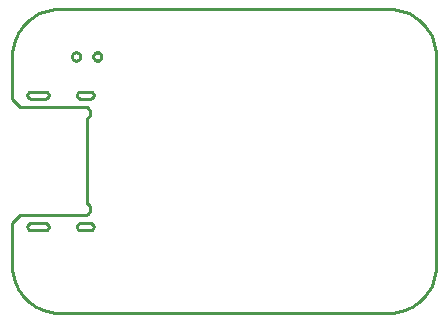
<source format=gbr>
G04 EAGLE Gerber RS-274X export*
G75*
%MOMM*%
%FSLAX34Y34*%
%LPD*%
%IN*%
%IPPOS*%
%AMOC8*
5,1,8,0,0,1.08239X$1,22.5*%
G01*
%ADD10C,0.254000*%


D10*
X953Y-88900D02*
X1104Y-92359D01*
X1555Y-95792D01*
X2305Y-99172D01*
X3346Y-102474D01*
X4671Y-105673D01*
X6270Y-108744D01*
X8130Y-111664D01*
X10238Y-114411D01*
X12577Y-116963D01*
X15129Y-119302D01*
X17876Y-121410D01*
X20796Y-123270D01*
X23867Y-124869D01*
X27066Y-126194D01*
X30368Y-127235D01*
X33748Y-127985D01*
X37181Y-128436D01*
X40640Y-128588D01*
X320040Y-128588D01*
X323499Y-128436D01*
X326932Y-127985D01*
X330312Y-127235D01*
X333614Y-126194D01*
X336813Y-124869D01*
X339884Y-123270D01*
X342804Y-121410D01*
X345551Y-119302D01*
X348103Y-116963D01*
X350442Y-114411D01*
X352550Y-111664D01*
X354410Y-108744D01*
X356009Y-105673D01*
X357334Y-102474D01*
X358375Y-99172D01*
X359125Y-95792D01*
X359576Y-92359D01*
X359728Y-88900D01*
X359728Y88900D01*
X359576Y92359D01*
X359125Y95792D01*
X358375Y99172D01*
X357334Y102474D01*
X356009Y105673D01*
X354410Y108744D01*
X352550Y111664D01*
X350442Y114411D01*
X348103Y116963D01*
X345551Y119302D01*
X342804Y121410D01*
X339884Y123270D01*
X336813Y124869D01*
X333614Y126194D01*
X330312Y127235D01*
X326932Y127985D01*
X323499Y128436D01*
X320040Y128588D01*
X40640Y128588D01*
X37181Y128436D01*
X33748Y127985D01*
X30368Y127235D01*
X27066Y126194D01*
X23867Y124869D01*
X20796Y123270D01*
X17876Y121410D01*
X15129Y119302D01*
X12577Y116963D01*
X10238Y114411D01*
X8130Y111664D01*
X6270Y108744D01*
X4671Y105673D01*
X3346Y102474D01*
X2305Y99172D01*
X1555Y95792D01*
X1104Y92359D01*
X953Y88900D01*
X953Y52388D01*
X7303Y46038D01*
X61722Y46038D01*
X62192Y46017D01*
X62659Y45956D01*
X63119Y45854D01*
X63568Y45712D01*
X64003Y45532D01*
X64420Y45315D01*
X64817Y45062D01*
X65191Y44775D01*
X65538Y44457D01*
X65856Y44110D01*
X66143Y43736D01*
X66396Y43339D01*
X66613Y42922D01*
X66793Y42487D01*
X66935Y42038D01*
X67037Y41578D01*
X67098Y41111D01*
X67119Y40641D01*
X67098Y40171D01*
X67037Y39704D01*
X66935Y39244D01*
X66793Y38795D01*
X66613Y38360D01*
X66396Y37943D01*
X66143Y37546D01*
X65856Y37172D01*
X65538Y36825D01*
X65191Y36507D01*
X64817Y36220D01*
X64420Y35967D01*
X64135Y35814D01*
X64135Y-35814D01*
X64547Y-36043D01*
X64937Y-36306D01*
X65302Y-36603D01*
X65640Y-36930D01*
X65949Y-37286D01*
X66225Y-37667D01*
X66467Y-38071D01*
X66673Y-38494D01*
X66841Y-38934D01*
X66971Y-39387D01*
X67060Y-39849D01*
X67109Y-40317D01*
X67117Y-40788D01*
X67083Y-41258D01*
X67009Y-41722D01*
X66895Y-42179D01*
X66741Y-42624D01*
X66549Y-43054D01*
X66320Y-43466D01*
X66057Y-43856D01*
X65760Y-44221D01*
X65433Y-44559D01*
X65077Y-44868D01*
X64696Y-45144D01*
X64292Y-45386D01*
X63869Y-45592D01*
X63429Y-45760D01*
X62976Y-45890D01*
X62514Y-45979D01*
X62046Y-46028D01*
X61722Y-46038D01*
X7303Y-46038D01*
X953Y-52388D01*
X953Y-88900D01*
X13865Y-55750D02*
X13876Y-56011D01*
X13911Y-56271D01*
X13967Y-56526D01*
X14046Y-56776D01*
X14146Y-57018D01*
X14267Y-57250D01*
X14408Y-57471D01*
X14567Y-57678D01*
X14744Y-57871D01*
X14937Y-58048D01*
X15144Y-58207D01*
X15365Y-58348D01*
X15597Y-58469D01*
X15839Y-58569D01*
X16089Y-58648D01*
X16344Y-58704D01*
X16604Y-58739D01*
X16865Y-58750D01*
X28865Y-58750D01*
X29126Y-58739D01*
X29386Y-58704D01*
X29641Y-58648D01*
X29891Y-58569D01*
X30133Y-58469D01*
X30365Y-58348D01*
X30586Y-58207D01*
X30793Y-58048D01*
X30986Y-57871D01*
X31163Y-57678D01*
X31322Y-57471D01*
X31463Y-57250D01*
X31584Y-57018D01*
X31684Y-56776D01*
X31763Y-56526D01*
X31819Y-56271D01*
X31854Y-56011D01*
X31865Y-55750D01*
X31854Y-55489D01*
X31819Y-55229D01*
X31763Y-54974D01*
X31684Y-54724D01*
X31584Y-54482D01*
X31463Y-54250D01*
X31322Y-54029D01*
X31163Y-53822D01*
X30986Y-53629D01*
X30793Y-53452D01*
X30586Y-53293D01*
X30365Y-53152D01*
X30133Y-53031D01*
X29891Y-52931D01*
X29641Y-52852D01*
X29386Y-52796D01*
X29126Y-52761D01*
X28865Y-52750D01*
X16865Y-52750D01*
X16604Y-52761D01*
X16344Y-52796D01*
X16089Y-52852D01*
X15839Y-52931D01*
X15597Y-53031D01*
X15365Y-53152D01*
X15144Y-53293D01*
X14937Y-53452D01*
X14744Y-53629D01*
X14567Y-53822D01*
X14408Y-54029D01*
X14267Y-54250D01*
X14146Y-54482D01*
X14046Y-54724D01*
X13967Y-54974D01*
X13911Y-55229D01*
X13876Y-55489D01*
X13865Y-55750D01*
X55865Y-55750D02*
X55876Y-56011D01*
X55911Y-56271D01*
X55967Y-56526D01*
X56046Y-56776D01*
X56146Y-57018D01*
X56267Y-57250D01*
X56408Y-57471D01*
X56567Y-57678D01*
X56744Y-57871D01*
X56937Y-58048D01*
X57144Y-58207D01*
X57365Y-58348D01*
X57597Y-58469D01*
X57839Y-58569D01*
X58089Y-58648D01*
X58344Y-58704D01*
X58604Y-58739D01*
X58865Y-58750D01*
X66865Y-58750D01*
X67126Y-58739D01*
X67386Y-58704D01*
X67641Y-58648D01*
X67891Y-58569D01*
X68133Y-58469D01*
X68365Y-58348D01*
X68586Y-58207D01*
X68793Y-58048D01*
X68986Y-57871D01*
X69163Y-57678D01*
X69322Y-57471D01*
X69463Y-57250D01*
X69584Y-57018D01*
X69684Y-56776D01*
X69763Y-56526D01*
X69819Y-56271D01*
X69854Y-56011D01*
X69865Y-55750D01*
X69854Y-55489D01*
X69819Y-55229D01*
X69763Y-54974D01*
X69684Y-54724D01*
X69584Y-54482D01*
X69463Y-54250D01*
X69322Y-54029D01*
X69163Y-53822D01*
X68986Y-53629D01*
X68793Y-53452D01*
X68586Y-53293D01*
X68365Y-53152D01*
X68133Y-53031D01*
X67891Y-52931D01*
X67641Y-52852D01*
X67386Y-52796D01*
X67126Y-52761D01*
X66865Y-52750D01*
X58865Y-52750D01*
X58604Y-52761D01*
X58344Y-52796D01*
X58089Y-52852D01*
X57839Y-52931D01*
X57597Y-53031D01*
X57365Y-53152D01*
X57144Y-53293D01*
X56937Y-53452D01*
X56744Y-53629D01*
X56567Y-53822D01*
X56408Y-54029D01*
X56267Y-54250D01*
X56146Y-54482D01*
X56046Y-54724D01*
X55967Y-54974D01*
X55911Y-55229D01*
X55876Y-55489D01*
X55865Y-55750D01*
X13865Y55750D02*
X13876Y55489D01*
X13911Y55229D01*
X13967Y54974D01*
X14046Y54724D01*
X14146Y54482D01*
X14267Y54250D01*
X14408Y54029D01*
X14567Y53822D01*
X14744Y53629D01*
X14937Y53452D01*
X15144Y53293D01*
X15365Y53152D01*
X15597Y53031D01*
X15839Y52931D01*
X16089Y52852D01*
X16344Y52796D01*
X16604Y52761D01*
X16865Y52750D01*
X28865Y52750D01*
X29126Y52761D01*
X29386Y52796D01*
X29641Y52852D01*
X29891Y52931D01*
X30133Y53031D01*
X30365Y53152D01*
X30586Y53293D01*
X30793Y53452D01*
X30986Y53629D01*
X31163Y53822D01*
X31322Y54029D01*
X31463Y54250D01*
X31584Y54482D01*
X31684Y54724D01*
X31763Y54974D01*
X31819Y55229D01*
X31854Y55489D01*
X31865Y55750D01*
X31854Y56011D01*
X31819Y56271D01*
X31763Y56526D01*
X31684Y56776D01*
X31584Y57018D01*
X31463Y57250D01*
X31322Y57471D01*
X31163Y57678D01*
X30986Y57871D01*
X30793Y58048D01*
X30586Y58207D01*
X30365Y58348D01*
X30133Y58469D01*
X29891Y58569D01*
X29641Y58648D01*
X29386Y58704D01*
X29126Y58739D01*
X28865Y58750D01*
X16865Y58750D01*
X16604Y58739D01*
X16344Y58704D01*
X16089Y58648D01*
X15839Y58569D01*
X15597Y58469D01*
X15365Y58348D01*
X15144Y58207D01*
X14937Y58048D01*
X14744Y57871D01*
X14567Y57678D01*
X14408Y57471D01*
X14267Y57250D01*
X14146Y57018D01*
X14046Y56776D01*
X13967Y56526D01*
X13911Y56271D01*
X13876Y56011D01*
X13865Y55750D01*
X55865Y55750D02*
X55876Y55489D01*
X55911Y55229D01*
X55967Y54974D01*
X56046Y54724D01*
X56146Y54482D01*
X56267Y54250D01*
X56408Y54029D01*
X56567Y53822D01*
X56744Y53629D01*
X56937Y53452D01*
X57144Y53293D01*
X57365Y53152D01*
X57597Y53031D01*
X57839Y52931D01*
X58089Y52852D01*
X58344Y52796D01*
X58604Y52761D01*
X58865Y52750D01*
X66865Y52750D01*
X67126Y52761D01*
X67386Y52796D01*
X67641Y52852D01*
X67891Y52931D01*
X68133Y53031D01*
X68365Y53152D01*
X68586Y53293D01*
X68793Y53452D01*
X68986Y53629D01*
X69163Y53822D01*
X69322Y54029D01*
X69463Y54250D01*
X69584Y54482D01*
X69684Y54724D01*
X69763Y54974D01*
X69819Y55229D01*
X69854Y55489D01*
X69865Y55750D01*
X69854Y56011D01*
X69819Y56271D01*
X69763Y56526D01*
X69684Y56776D01*
X69584Y57018D01*
X69463Y57250D01*
X69322Y57471D01*
X69163Y57678D01*
X68986Y57871D01*
X68793Y58048D01*
X68586Y58207D01*
X68365Y58348D01*
X68133Y58469D01*
X67891Y58569D01*
X67641Y58648D01*
X67386Y58704D01*
X67126Y58739D01*
X66865Y58750D01*
X58865Y58750D01*
X58604Y58739D01*
X58344Y58704D01*
X58089Y58648D01*
X57839Y58569D01*
X57597Y58469D01*
X57365Y58348D01*
X57144Y58207D01*
X56937Y58048D01*
X56744Y57871D01*
X56567Y57678D01*
X56408Y57471D01*
X56267Y57250D01*
X56146Y57018D01*
X56046Y56776D01*
X55967Y56526D01*
X55911Y56271D01*
X55876Y56011D01*
X55865Y55750D01*
X72826Y84892D02*
X72371Y84952D01*
X71928Y85071D01*
X71504Y85246D01*
X71107Y85476D01*
X70743Y85755D01*
X70419Y86079D01*
X70139Y86443D01*
X69910Y86841D01*
X69734Y87265D01*
X69616Y87708D01*
X69556Y88163D01*
X69556Y88621D01*
X69616Y89076D01*
X69734Y89519D01*
X69910Y89943D01*
X70139Y90341D01*
X70419Y90705D01*
X70743Y91029D01*
X71107Y91308D01*
X71504Y91538D01*
X71928Y91713D01*
X72371Y91832D01*
X72826Y91892D01*
X73285Y91892D01*
X73740Y91832D01*
X74183Y91713D01*
X74607Y91538D01*
X75004Y91308D01*
X75368Y91029D01*
X75693Y90705D01*
X75972Y90341D01*
X76201Y89943D01*
X76377Y89519D01*
X76496Y89076D01*
X76556Y88621D01*
X76556Y88163D01*
X76496Y87708D01*
X76377Y87265D01*
X76201Y86841D01*
X75972Y86443D01*
X75693Y86079D01*
X75368Y85755D01*
X75004Y85476D01*
X74607Y85246D01*
X74183Y85071D01*
X73740Y84952D01*
X73285Y84892D01*
X72826Y84892D01*
X54826Y84892D02*
X54371Y84952D01*
X53928Y85071D01*
X53504Y85246D01*
X53107Y85476D01*
X52743Y85755D01*
X52419Y86079D01*
X52139Y86443D01*
X51910Y86841D01*
X51734Y87265D01*
X51616Y87708D01*
X51556Y88163D01*
X51556Y88621D01*
X51616Y89076D01*
X51734Y89519D01*
X51910Y89943D01*
X52139Y90341D01*
X52419Y90705D01*
X52743Y91029D01*
X53107Y91308D01*
X53504Y91538D01*
X53928Y91713D01*
X54371Y91832D01*
X54826Y91892D01*
X55285Y91892D01*
X55740Y91832D01*
X56183Y91713D01*
X56607Y91538D01*
X57004Y91308D01*
X57368Y91029D01*
X57693Y90705D01*
X57972Y90341D01*
X58201Y89943D01*
X58377Y89519D01*
X58496Y89076D01*
X58556Y88621D01*
X58556Y88163D01*
X58496Y87708D01*
X58377Y87265D01*
X58201Y86841D01*
X57972Y86443D01*
X57693Y86079D01*
X57368Y85755D01*
X57004Y85476D01*
X56607Y85246D01*
X56183Y85071D01*
X55740Y84952D01*
X55285Y84892D01*
X54826Y84892D01*
M02*

</source>
